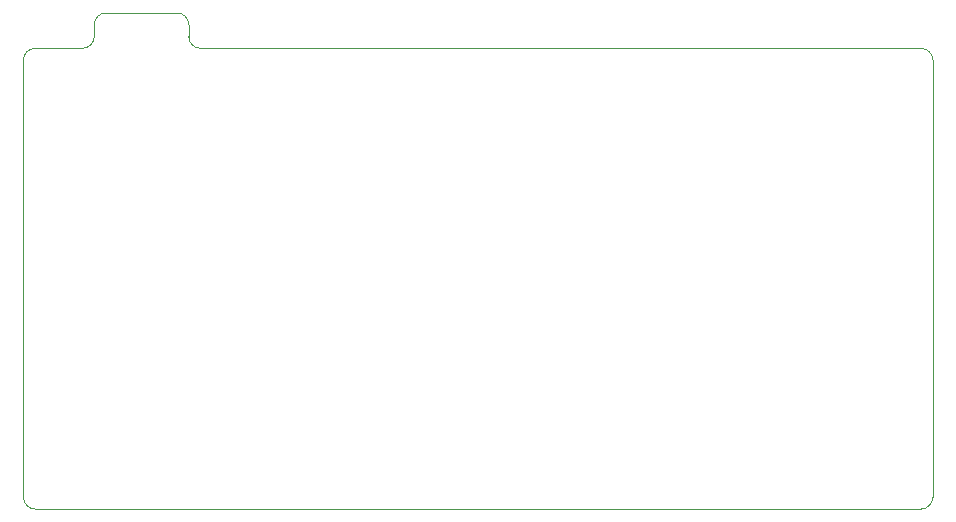
<source format=gbr>
G04 #@! TF.GenerationSoftware,KiCad,Pcbnew,5.1.2-f72e74a~84~ubuntu18.04.1*
G04 #@! TF.CreationDate,2019-06-08T16:05:02-04:00*
G04 #@! TF.ProjectId,8_key_simple,385f6b65-795f-4736-996d-706c652e6b69,rev?*
G04 #@! TF.SameCoordinates,Original*
G04 #@! TF.FileFunction,Profile,NP*
%FSLAX46Y46*%
G04 Gerber Fmt 4.6, Leading zero omitted, Abs format (unit mm)*
G04 Created by KiCad (PCBNEW 5.1.2-f72e74a~84~ubuntu18.04.1) date 2019-06-08 16:05:02*
%MOMM*%
%LPD*%
G04 APERTURE LIST*
%ADD10C,0.100000*%
G04 APERTURE END LIST*
D10*
X130000000Y-80000000D02*
X191000000Y-80000000D01*
X116000000Y-80000000D02*
X120000000Y-80000000D01*
X121000000Y-78000000D02*
X121000000Y-79000000D01*
X128000000Y-77000000D02*
X122000000Y-77000000D01*
X129000000Y-79000000D02*
X129000000Y-78000000D01*
X121000000Y-79000000D02*
G75*
G02X120000000Y-80000000I-1000000J0D01*
G01*
X128000000Y-77000000D02*
G75*
G02X129000000Y-78000000I0J-1000000D01*
G01*
X121000000Y-78000000D02*
G75*
G02X122000000Y-77000000I1000000J0D01*
G01*
X130000000Y-80000000D02*
G75*
G02X129000000Y-79000000I0J1000000D01*
G01*
X115000000Y-81000000D02*
G75*
G02X116000000Y-80000000I1000000J0D01*
G01*
X192000000Y-118000000D02*
G75*
G02X191000000Y-119000000I-1000000J0D01*
G01*
X116000000Y-119000000D02*
X191000000Y-119000000D01*
X192000000Y-118000000D02*
X192000000Y-81000000D01*
X115000000Y-81000000D02*
X115000000Y-118000000D01*
X116000000Y-119000000D02*
G75*
G02X115000000Y-118000000I0J1000000D01*
G01*
X191000000Y-80000000D02*
G75*
G02X192000000Y-81000000I0J-1000000D01*
G01*
M02*

</source>
